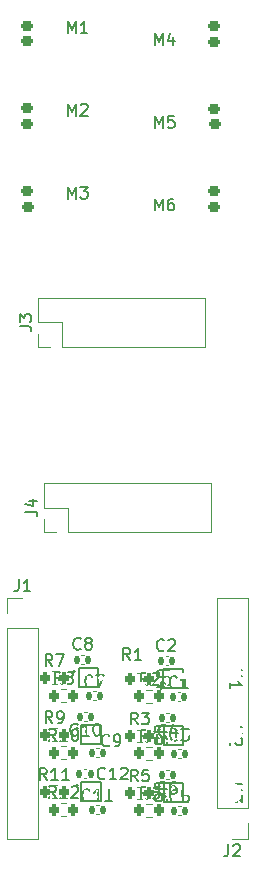
<source format=gbr>
%TF.GenerationSoftware,KiCad,Pcbnew,(6.0.0)*%
%TF.CreationDate,2022-06-29T15:28:05+09:00*%
%TF.ProjectId,TipLets_Board,5469704c-6574-4735-9f42-6f6172642e6b,rev?*%
%TF.SameCoordinates,Original*%
%TF.FileFunction,Legend,Top*%
%TF.FilePolarity,Positive*%
%FSLAX46Y46*%
G04 Gerber Fmt 4.6, Leading zero omitted, Abs format (unit mm)*
G04 Created by KiCad (PCBNEW (6.0.0)) date 2022-06-29 15:28:05*
%MOMM*%
%LPD*%
G01*
G04 APERTURE LIST*
G04 Aperture macros list*
%AMRoundRect*
0 Rectangle with rounded corners*
0 $1 Rounding radius*
0 $2 $3 $4 $5 $6 $7 $8 $9 X,Y pos of 4 corners*
0 Add a 4 corners polygon primitive as box body*
4,1,4,$2,$3,$4,$5,$6,$7,$8,$9,$2,$3,0*
0 Add four circle primitives for the rounded corners*
1,1,$1+$1,$2,$3*
1,1,$1+$1,$4,$5*
1,1,$1+$1,$6,$7*
1,1,$1+$1,$8,$9*
0 Add four rect primitives between the rounded corners*
20,1,$1+$1,$2,$3,$4,$5,0*
20,1,$1+$1,$4,$5,$6,$7,0*
20,1,$1+$1,$6,$7,$8,$9,0*
20,1,$1+$1,$8,$9,$2,$3,0*%
G04 Aperture macros list end*
%ADD10C,0.150000*%
%ADD11C,0.120000*%
%ADD12C,0.200000*%
%ADD13RoundRect,0.200000X0.350000X0.200000X-0.350000X0.200000X-0.350000X-0.200000X0.350000X-0.200000X0*%
%ADD14RoundRect,0.200000X-0.350000X-0.200000X0.350000X-0.200000X0.350000X0.200000X-0.350000X0.200000X0*%
%ADD15R,1.350000X1.350000*%
%ADD16O,1.350000X1.350000*%
%ADD17RoundRect,0.140000X-0.140000X-0.170000X0.140000X-0.170000X0.140000X0.170000X-0.140000X0.170000X0*%
%ADD18RoundRect,0.140000X0.140000X0.170000X-0.140000X0.170000X-0.140000X-0.170000X0.140000X-0.170000X0*%
%ADD19O,1.700000X1.700000*%
%ADD20R,1.700000X1.700000*%
%ADD21RoundRect,0.200000X-0.200000X-0.275000X0.200000X-0.275000X0.200000X0.275000X-0.200000X0.275000X0*%
%ADD22C,0.240000*%
%ADD23C,0.600000*%
%ADD24C,0.500000*%
G04 APERTURE END LIST*
D10*
%TO.C,M6*%
X32520343Y-68844380D02*
X32520343Y-67844380D01*
X32853676Y-68558666D01*
X33187009Y-67844380D01*
X33187009Y-68844380D01*
X34091771Y-67844380D02*
X33901295Y-67844380D01*
X33806057Y-67892000D01*
X33758438Y-67939619D01*
X33663200Y-68082476D01*
X33615581Y-68272952D01*
X33615581Y-68653904D01*
X33663200Y-68749142D01*
X33710819Y-68796761D01*
X33806057Y-68844380D01*
X33996533Y-68844380D01*
X34091771Y-68796761D01*
X34139390Y-68749142D01*
X34187009Y-68653904D01*
X34187009Y-68415809D01*
X34139390Y-68320571D01*
X34091771Y-68272952D01*
X33996533Y-68225333D01*
X33806057Y-68225333D01*
X33710819Y-68272952D01*
X33663200Y-68320571D01*
X33615581Y-68415809D01*
%TO.C,M1*%
X25160610Y-53814380D02*
X25160610Y-52814380D01*
X25493943Y-53528666D01*
X25827276Y-52814380D01*
X25827276Y-53814380D01*
X26827276Y-53814380D02*
X26255848Y-53814380D01*
X26541562Y-53814380D02*
X26541562Y-52814380D01*
X26446324Y-52957238D01*
X26351086Y-53052476D01*
X26255848Y-53100095D01*
%TO.C,M4*%
X32520343Y-54844380D02*
X32520343Y-53844380D01*
X32853676Y-54558666D01*
X33187009Y-53844380D01*
X33187009Y-54844380D01*
X34091771Y-54177714D02*
X34091771Y-54844380D01*
X33853676Y-53796761D02*
X33615581Y-54511047D01*
X34234628Y-54511047D01*
%TO.C,M5*%
X32530343Y-61844380D02*
X32530343Y-60844380D01*
X32863676Y-61558666D01*
X33197009Y-60844380D01*
X33197009Y-61844380D01*
X34149390Y-60844380D02*
X33673200Y-60844380D01*
X33625581Y-61320571D01*
X33673200Y-61272952D01*
X33768438Y-61225333D01*
X34006533Y-61225333D01*
X34101771Y-61272952D01*
X34149390Y-61320571D01*
X34197009Y-61415809D01*
X34197009Y-61653904D01*
X34149390Y-61749142D01*
X34101771Y-61796761D01*
X34006533Y-61844380D01*
X33768438Y-61844380D01*
X33673200Y-61796761D01*
X33625581Y-61749142D01*
%TO.C,M3*%
X25180610Y-67834380D02*
X25180610Y-66834380D01*
X25513943Y-67548666D01*
X25847276Y-66834380D01*
X25847276Y-67834380D01*
X26228229Y-66834380D02*
X26847276Y-66834380D01*
X26513943Y-67215333D01*
X26656800Y-67215333D01*
X26752038Y-67262952D01*
X26799657Y-67310571D01*
X26847276Y-67405809D01*
X26847276Y-67643904D01*
X26799657Y-67739142D01*
X26752038Y-67786761D01*
X26656800Y-67834380D01*
X26371086Y-67834380D01*
X26275848Y-67786761D01*
X26228229Y-67739142D01*
%TO.C,M2*%
X25170610Y-60814380D02*
X25170610Y-59814380D01*
X25503943Y-60528666D01*
X25837276Y-59814380D01*
X25837276Y-60814380D01*
X26265848Y-59909619D02*
X26313467Y-59862000D01*
X26408705Y-59814380D01*
X26646800Y-59814380D01*
X26742038Y-59862000D01*
X26789657Y-59909619D01*
X26837276Y-60004857D01*
X26837276Y-60100095D01*
X26789657Y-60242952D01*
X26218229Y-60814380D01*
X26837276Y-60814380D01*
%TO.C,J3*%
X21077380Y-78650333D02*
X21791666Y-78650333D01*
X21934523Y-78697952D01*
X22029761Y-78793190D01*
X22077380Y-78936047D01*
X22077380Y-79031285D01*
X21077380Y-78269380D02*
X21077380Y-77650333D01*
X21458333Y-77983666D01*
X21458333Y-77840809D01*
X21505952Y-77745571D01*
X21553571Y-77697952D01*
X21648809Y-77650333D01*
X21886904Y-77650333D01*
X21982142Y-77697952D01*
X22029761Y-77745571D01*
X22077380Y-77840809D01*
X22077380Y-78126523D01*
X22029761Y-78221761D01*
X21982142Y-78269380D01*
%TO.C,C1*%
X34391893Y-109205142D02*
X34344274Y-109252761D01*
X34201417Y-109300380D01*
X34106179Y-109300380D01*
X33963321Y-109252761D01*
X33868083Y-109157523D01*
X33820464Y-109062285D01*
X33772845Y-108871809D01*
X33772845Y-108728952D01*
X33820464Y-108538476D01*
X33868083Y-108443238D01*
X33963321Y-108348000D01*
X34106179Y-108300380D01*
X34201417Y-108300380D01*
X34344274Y-108348000D01*
X34391893Y-108395619D01*
X35344274Y-109300380D02*
X34772845Y-109300380D01*
X35058560Y-109300380D02*
X35058560Y-108300380D01*
X34963321Y-108443238D01*
X34868083Y-108538476D01*
X34772845Y-108586095D01*
%TO.C,C6*%
X33423893Y-118129142D02*
X33376274Y-118176761D01*
X33233417Y-118224380D01*
X33138179Y-118224380D01*
X32995321Y-118176761D01*
X32900083Y-118081523D01*
X32852464Y-117986285D01*
X32804845Y-117795809D01*
X32804845Y-117652952D01*
X32852464Y-117462476D01*
X32900083Y-117367238D01*
X32995321Y-117272000D01*
X33138179Y-117224380D01*
X33233417Y-117224380D01*
X33376274Y-117272000D01*
X33423893Y-117319619D01*
X34281036Y-117224380D02*
X34090560Y-117224380D01*
X33995321Y-117272000D01*
X33947702Y-117319619D01*
X33852464Y-117462476D01*
X33804845Y-117652952D01*
X33804845Y-118033904D01*
X33852464Y-118129142D01*
X33900083Y-118176761D01*
X33995321Y-118224380D01*
X34185798Y-118224380D01*
X34281036Y-118176761D01*
X34328655Y-118129142D01*
X34376274Y-118033904D01*
X34376274Y-117795809D01*
X34328655Y-117700571D01*
X34281036Y-117652952D01*
X34185798Y-117605333D01*
X33995321Y-117605333D01*
X33900083Y-117652952D01*
X33852464Y-117700571D01*
X33804845Y-117795809D01*
%TO.C,J1*%
X20991666Y-100079380D02*
X20991666Y-100793666D01*
X20944047Y-100936523D01*
X20848809Y-101031761D01*
X20705952Y-101079380D01*
X20610714Y-101079380D01*
X21991666Y-101079380D02*
X21420238Y-101079380D01*
X21705952Y-101079380D02*
X21705952Y-100079380D01*
X21610714Y-100222238D01*
X21515476Y-100317476D01*
X21420238Y-100365095D01*
%TO.C,R5*%
X31069893Y-117178380D02*
X30736560Y-116702190D01*
X30498464Y-117178380D02*
X30498464Y-116178380D01*
X30879417Y-116178380D01*
X30974655Y-116226000D01*
X31022274Y-116273619D01*
X31069893Y-116368857D01*
X31069893Y-116511714D01*
X31022274Y-116606952D01*
X30974655Y-116654571D01*
X30879417Y-116702190D01*
X30498464Y-116702190D01*
X31974655Y-116178380D02*
X31498464Y-116178380D01*
X31450845Y-116654571D01*
X31498464Y-116606952D01*
X31593702Y-116559333D01*
X31831798Y-116559333D01*
X31927036Y-116606952D01*
X31974655Y-116654571D01*
X32022274Y-116749809D01*
X32022274Y-116987904D01*
X31974655Y-117083142D01*
X31927036Y-117130761D01*
X31831798Y-117178380D01*
X31593702Y-117178380D01*
X31498464Y-117130761D01*
X31450845Y-117083142D01*
%TO.C,C3*%
X34439893Y-113671142D02*
X34392274Y-113718761D01*
X34249417Y-113766380D01*
X34154179Y-113766380D01*
X34011321Y-113718761D01*
X33916083Y-113623523D01*
X33868464Y-113528285D01*
X33820845Y-113337809D01*
X33820845Y-113194952D01*
X33868464Y-113004476D01*
X33916083Y-112909238D01*
X34011321Y-112814000D01*
X34154179Y-112766380D01*
X34249417Y-112766380D01*
X34392274Y-112814000D01*
X34439893Y-112861619D01*
X34773226Y-112766380D02*
X35392274Y-112766380D01*
X35058940Y-113147333D01*
X35201798Y-113147333D01*
X35297036Y-113194952D01*
X35344655Y-113242571D01*
X35392274Y-113337809D01*
X35392274Y-113575904D01*
X35344655Y-113671142D01*
X35297036Y-113718761D01*
X35201798Y-113766380D01*
X34916083Y-113766380D01*
X34820845Y-113718761D01*
X34773226Y-113671142D01*
%TO.C,R12*%
X24153702Y-118591380D02*
X23820369Y-118115190D01*
X23582274Y-118591380D02*
X23582274Y-117591380D01*
X23963226Y-117591380D01*
X24058464Y-117639000D01*
X24106083Y-117686619D01*
X24153702Y-117781857D01*
X24153702Y-117924714D01*
X24106083Y-118019952D01*
X24058464Y-118067571D01*
X23963226Y-118115190D01*
X23582274Y-118115190D01*
X25106083Y-118591380D02*
X24534655Y-118591380D01*
X24820369Y-118591380D02*
X24820369Y-117591380D01*
X24725131Y-117734238D01*
X24629893Y-117829476D01*
X24534655Y-117877095D01*
X25487036Y-117686619D02*
X25534655Y-117639000D01*
X25629893Y-117591380D01*
X25867988Y-117591380D01*
X25963226Y-117639000D01*
X26010845Y-117686619D01*
X26058464Y-117781857D01*
X26058464Y-117877095D01*
X26010845Y-118019952D01*
X25439417Y-118591380D01*
X26058464Y-118591380D01*
%TO.C,C11*%
X27012142Y-118772312D02*
X26964523Y-118819931D01*
X26821666Y-118867550D01*
X26726428Y-118867550D01*
X26583571Y-118819931D01*
X26488333Y-118724693D01*
X26440714Y-118629455D01*
X26393095Y-118438979D01*
X26393095Y-118296122D01*
X26440714Y-118105646D01*
X26488333Y-118010408D01*
X26583571Y-117915170D01*
X26726428Y-117867550D01*
X26821666Y-117867550D01*
X26964523Y-117915170D01*
X27012142Y-117962789D01*
X27964523Y-118867550D02*
X27393095Y-118867550D01*
X27678809Y-118867550D02*
X27678809Y-117867550D01*
X27583571Y-118010408D01*
X27488333Y-118105646D01*
X27393095Y-118153265D01*
X28916904Y-118867550D02*
X28345476Y-118867550D01*
X28631190Y-118867550D02*
X28631190Y-117867550D01*
X28535952Y-118010408D01*
X28440714Y-118105646D01*
X28345476Y-118153265D01*
%TO.C,R3*%
X31069893Y-112352380D02*
X30736560Y-111876190D01*
X30498464Y-112352380D02*
X30498464Y-111352380D01*
X30879417Y-111352380D01*
X30974655Y-111400000D01*
X31022274Y-111447619D01*
X31069893Y-111542857D01*
X31069893Y-111685714D01*
X31022274Y-111780952D01*
X30974655Y-111828571D01*
X30879417Y-111876190D01*
X30498464Y-111876190D01*
X31403226Y-111352380D02*
X32022274Y-111352380D01*
X31688940Y-111733333D01*
X31831798Y-111733333D01*
X31927036Y-111780952D01*
X31974655Y-111828571D01*
X32022274Y-111923809D01*
X32022274Y-112161904D01*
X31974655Y-112257142D01*
X31927036Y-112304761D01*
X31831798Y-112352380D01*
X31546083Y-112352380D01*
X31450845Y-112304761D01*
X31403226Y-112257142D01*
%TO.C,U2*%
X39932179Y-112548095D02*
X39122655Y-112548095D01*
X39027417Y-112595714D01*
X38979798Y-112643333D01*
X38932179Y-112738571D01*
X38932179Y-112929047D01*
X38979798Y-113024285D01*
X39027417Y-113071904D01*
X39122655Y-113119523D01*
X39932179Y-113119523D01*
X39836940Y-113548095D02*
X39884560Y-113595714D01*
X39932179Y-113690952D01*
X39932179Y-113929047D01*
X39884560Y-114024285D01*
X39836940Y-114071904D01*
X39741702Y-114119523D01*
X39646464Y-114119523D01*
X39503607Y-114071904D01*
X38932179Y-113500476D01*
X38932179Y-114119523D01*
%TO.C,J4*%
X21577380Y-94333333D02*
X22291666Y-94333333D01*
X22434523Y-94380952D01*
X22529761Y-94476190D01*
X22577380Y-94619047D01*
X22577380Y-94714285D01*
X21910714Y-93428571D02*
X22577380Y-93428571D01*
X21529761Y-93666666D02*
X22244047Y-93904761D01*
X22244047Y-93285714D01*
%TO.C,R8*%
X24629893Y-108939380D02*
X24296560Y-108463190D01*
X24058464Y-108939380D02*
X24058464Y-107939380D01*
X24439417Y-107939380D01*
X24534655Y-107987000D01*
X24582274Y-108034619D01*
X24629893Y-108129857D01*
X24629893Y-108272714D01*
X24582274Y-108367952D01*
X24534655Y-108415571D01*
X24439417Y-108463190D01*
X24058464Y-108463190D01*
X25201321Y-108367952D02*
X25106083Y-108320333D01*
X25058464Y-108272714D01*
X25010845Y-108177476D01*
X25010845Y-108129857D01*
X25058464Y-108034619D01*
X25106083Y-107987000D01*
X25201321Y-107939380D01*
X25391798Y-107939380D01*
X25487036Y-107987000D01*
X25534655Y-108034619D01*
X25582274Y-108129857D01*
X25582274Y-108177476D01*
X25534655Y-108272714D01*
X25487036Y-108320333D01*
X25391798Y-108367952D01*
X25201321Y-108367952D01*
X25106083Y-108415571D01*
X25058464Y-108463190D01*
X25010845Y-108558428D01*
X25010845Y-108748904D01*
X25058464Y-108844142D01*
X25106083Y-108891761D01*
X25201321Y-108939380D01*
X25391798Y-108939380D01*
X25487036Y-108891761D01*
X25534655Y-108844142D01*
X25582274Y-108748904D01*
X25582274Y-108558428D01*
X25534655Y-108463190D01*
X25487036Y-108415571D01*
X25391798Y-108367952D01*
%TO.C,U4*%
X33706619Y-107747265D02*
X32897095Y-107747265D01*
X32801857Y-107794884D01*
X32754238Y-107842503D01*
X32706619Y-107937741D01*
X32706619Y-108128217D01*
X32754238Y-108223455D01*
X32801857Y-108271074D01*
X32897095Y-108318693D01*
X33706619Y-108318693D01*
X33373285Y-109223455D02*
X32706619Y-109223455D01*
X33754238Y-108985360D02*
X33039952Y-108747265D01*
X33039952Y-109366312D01*
%TO.C,R1*%
X30438333Y-106900550D02*
X30105000Y-106424360D01*
X29866904Y-106900550D02*
X29866904Y-105900550D01*
X30247857Y-105900550D01*
X30343095Y-105948170D01*
X30390714Y-105995789D01*
X30438333Y-106091027D01*
X30438333Y-106233884D01*
X30390714Y-106329122D01*
X30343095Y-106376741D01*
X30247857Y-106424360D01*
X29866904Y-106424360D01*
X31390714Y-106900550D02*
X30819285Y-106900550D01*
X31105000Y-106900550D02*
X31105000Y-105900550D01*
X31009761Y-106043408D01*
X30914523Y-106138646D01*
X30819285Y-106186265D01*
%TO.C,R2*%
X31889893Y-109012380D02*
X31556560Y-108536190D01*
X31318464Y-109012380D02*
X31318464Y-108012380D01*
X31699417Y-108012380D01*
X31794655Y-108060000D01*
X31842274Y-108107619D01*
X31889893Y-108202857D01*
X31889893Y-108345714D01*
X31842274Y-108440952D01*
X31794655Y-108488571D01*
X31699417Y-108536190D01*
X31318464Y-108536190D01*
X32270845Y-108107619D02*
X32318464Y-108060000D01*
X32413702Y-108012380D01*
X32651798Y-108012380D01*
X32747036Y-108060000D01*
X32794655Y-108107619D01*
X32842274Y-108202857D01*
X32842274Y-108298095D01*
X32794655Y-108440952D01*
X32223226Y-109012380D01*
X32842274Y-109012380D01*
%TO.C,C4*%
X33451893Y-113303142D02*
X33404274Y-113350761D01*
X33261417Y-113398380D01*
X33166179Y-113398380D01*
X33023321Y-113350761D01*
X32928083Y-113255523D01*
X32880464Y-113160285D01*
X32832845Y-112969809D01*
X32832845Y-112826952D01*
X32880464Y-112636476D01*
X32928083Y-112541238D01*
X33023321Y-112446000D01*
X33166179Y-112398380D01*
X33261417Y-112398380D01*
X33404274Y-112446000D01*
X33451893Y-112493619D01*
X34309036Y-112731714D02*
X34309036Y-113398380D01*
X34070940Y-112350761D02*
X33832845Y-113065047D01*
X34451893Y-113065047D01*
%TO.C,C7*%
X27238333Y-109120312D02*
X27190714Y-109167931D01*
X27047857Y-109215550D01*
X26952619Y-109215550D01*
X26809761Y-109167931D01*
X26714523Y-109072693D01*
X26666904Y-108977455D01*
X26619285Y-108786979D01*
X26619285Y-108644122D01*
X26666904Y-108453646D01*
X26714523Y-108358408D01*
X26809761Y-108263170D01*
X26952619Y-108215550D01*
X27047857Y-108215550D01*
X27190714Y-108263170D01*
X27238333Y-108310789D01*
X27571666Y-108215550D02*
X28238333Y-108215550D01*
X27809761Y-109215550D01*
%TO.C,C9*%
X28658333Y-114115312D02*
X28610714Y-114162931D01*
X28467857Y-114210550D01*
X28372619Y-114210550D01*
X28229761Y-114162931D01*
X28134523Y-114067693D01*
X28086904Y-113972455D01*
X28039285Y-113781979D01*
X28039285Y-113639122D01*
X28086904Y-113448646D01*
X28134523Y-113353408D01*
X28229761Y-113258170D01*
X28372619Y-113210550D01*
X28467857Y-113210550D01*
X28610714Y-113258170D01*
X28658333Y-113305789D01*
X29134523Y-114210550D02*
X29325000Y-114210550D01*
X29420238Y-114162931D01*
X29467857Y-114115312D01*
X29563095Y-113972455D01*
X29610714Y-113781979D01*
X29610714Y-113401027D01*
X29563095Y-113305789D01*
X29515476Y-113258170D01*
X29420238Y-113210550D01*
X29229761Y-113210550D01*
X29134523Y-113258170D01*
X29086904Y-113305789D01*
X29039285Y-113401027D01*
X29039285Y-113639122D01*
X29086904Y-113734360D01*
X29134523Y-113781979D01*
X29229761Y-113829598D01*
X29420238Y-113829598D01*
X29515476Y-113781979D01*
X29563095Y-113734360D01*
X29610714Y-113639122D01*
%TO.C,R7*%
X23852893Y-107420380D02*
X23519560Y-106944190D01*
X23281464Y-107420380D02*
X23281464Y-106420380D01*
X23662417Y-106420380D01*
X23757655Y-106468000D01*
X23805274Y-106515619D01*
X23852893Y-106610857D01*
X23852893Y-106753714D01*
X23805274Y-106848952D01*
X23757655Y-106896571D01*
X23662417Y-106944190D01*
X23281464Y-106944190D01*
X24186226Y-106420380D02*
X24852893Y-106420380D01*
X24424321Y-107420380D01*
%TO.C,C10*%
X25996142Y-113218312D02*
X25948523Y-113265931D01*
X25805666Y-113313550D01*
X25710428Y-113313550D01*
X25567571Y-113265931D01*
X25472333Y-113170693D01*
X25424714Y-113075455D01*
X25377095Y-112884979D01*
X25377095Y-112742122D01*
X25424714Y-112551646D01*
X25472333Y-112456408D01*
X25567571Y-112361170D01*
X25710428Y-112313550D01*
X25805666Y-112313550D01*
X25948523Y-112361170D01*
X25996142Y-112408789D01*
X26948523Y-113313550D02*
X26377095Y-113313550D01*
X26662809Y-113313550D02*
X26662809Y-112313550D01*
X26567571Y-112456408D01*
X26472333Y-112551646D01*
X26377095Y-112599265D01*
X27567571Y-112313550D02*
X27662809Y-112313550D01*
X27758047Y-112361170D01*
X27805666Y-112408789D01*
X27853285Y-112504027D01*
X27900904Y-112694503D01*
X27900904Y-112932598D01*
X27853285Y-113123074D01*
X27805666Y-113218312D01*
X27758047Y-113265931D01*
X27662809Y-113313550D01*
X27567571Y-113313550D01*
X27472333Y-113265931D01*
X27424714Y-113218312D01*
X27377095Y-113123074D01*
X27329476Y-112932598D01*
X27329476Y-112694503D01*
X27377095Y-112504027D01*
X27424714Y-112408789D01*
X27472333Y-112361170D01*
X27567571Y-112313550D01*
%TO.C,R9*%
X23852893Y-112246380D02*
X23519560Y-111770190D01*
X23281464Y-112246380D02*
X23281464Y-111246380D01*
X23662417Y-111246380D01*
X23757655Y-111294000D01*
X23805274Y-111341619D01*
X23852893Y-111436857D01*
X23852893Y-111579714D01*
X23805274Y-111674952D01*
X23757655Y-111722571D01*
X23662417Y-111770190D01*
X23281464Y-111770190D01*
X24329083Y-112246380D02*
X24519560Y-112246380D01*
X24614798Y-112198761D01*
X24662417Y-112151142D01*
X24757655Y-112008285D01*
X24805274Y-111817809D01*
X24805274Y-111436857D01*
X24757655Y-111341619D01*
X24710036Y-111294000D01*
X24614798Y-111246380D01*
X24424321Y-111246380D01*
X24329083Y-111294000D01*
X24281464Y-111341619D01*
X24233845Y-111436857D01*
X24233845Y-111674952D01*
X24281464Y-111770190D01*
X24329083Y-111817809D01*
X24424321Y-111865428D01*
X24614798Y-111865428D01*
X24710036Y-111817809D01*
X24757655Y-111770190D01*
X24805274Y-111674952D01*
%TO.C,C12*%
X28312142Y-116925312D02*
X28264523Y-116972931D01*
X28121666Y-117020550D01*
X28026428Y-117020550D01*
X27883571Y-116972931D01*
X27788333Y-116877693D01*
X27740714Y-116782455D01*
X27693095Y-116591979D01*
X27693095Y-116449122D01*
X27740714Y-116258646D01*
X27788333Y-116163408D01*
X27883571Y-116068170D01*
X28026428Y-116020550D01*
X28121666Y-116020550D01*
X28264523Y-116068170D01*
X28312142Y-116115789D01*
X29264523Y-117020550D02*
X28693095Y-117020550D01*
X28978809Y-117020550D02*
X28978809Y-116020550D01*
X28883571Y-116163408D01*
X28788333Y-116258646D01*
X28693095Y-116306265D01*
X29645476Y-116115789D02*
X29693095Y-116068170D01*
X29788333Y-116020550D01*
X30026428Y-116020550D01*
X30121666Y-116068170D01*
X30169285Y-116115789D01*
X30216904Y-116211027D01*
X30216904Y-116306265D01*
X30169285Y-116449122D01*
X29597857Y-117020550D01*
X30216904Y-117020550D01*
%TO.C,U6*%
X33536619Y-117289265D02*
X32727095Y-117289265D01*
X32631857Y-117336884D01*
X32584238Y-117384503D01*
X32536619Y-117479741D01*
X32536619Y-117670217D01*
X32584238Y-117765455D01*
X32631857Y-117813074D01*
X32727095Y-117860693D01*
X33536619Y-117860693D01*
X33536619Y-118765455D02*
X33536619Y-118574979D01*
X33489000Y-118479741D01*
X33441380Y-118432122D01*
X33298523Y-118336884D01*
X33108047Y-118289265D01*
X32727095Y-118289265D01*
X32631857Y-118336884D01*
X32584238Y-118384503D01*
X32536619Y-118479741D01*
X32536619Y-118670217D01*
X32584238Y-118765455D01*
X32631857Y-118813074D01*
X32727095Y-118860693D01*
X32965190Y-118860693D01*
X33060428Y-118813074D01*
X33108047Y-118765455D01*
X33155666Y-118670217D01*
X33155666Y-118479741D01*
X33108047Y-118384503D01*
X33060428Y-118336884D01*
X32965190Y-118289265D01*
%TO.C,U5*%
X33536619Y-112463265D02*
X32727095Y-112463265D01*
X32631857Y-112510884D01*
X32584238Y-112558503D01*
X32536619Y-112653741D01*
X32536619Y-112844217D01*
X32584238Y-112939455D01*
X32631857Y-112987074D01*
X32727095Y-113034693D01*
X33536619Y-113034693D01*
X33536619Y-113987074D02*
X33536619Y-113510884D01*
X33060428Y-113463265D01*
X33108047Y-113510884D01*
X33155666Y-113606122D01*
X33155666Y-113844217D01*
X33108047Y-113939455D01*
X33060428Y-113987074D01*
X32965190Y-114034693D01*
X32727095Y-114034693D01*
X32631857Y-113987074D01*
X32584238Y-113939455D01*
X32536619Y-113844217D01*
X32536619Y-113606122D01*
X32584238Y-113510884D01*
X32631857Y-113463265D01*
%TO.C,R4*%
X31889893Y-113838380D02*
X31556560Y-113362190D01*
X31318464Y-113838380D02*
X31318464Y-112838380D01*
X31699417Y-112838380D01*
X31794655Y-112886000D01*
X31842274Y-112933619D01*
X31889893Y-113028857D01*
X31889893Y-113171714D01*
X31842274Y-113266952D01*
X31794655Y-113314571D01*
X31699417Y-113362190D01*
X31318464Y-113362190D01*
X32747036Y-113171714D02*
X32747036Y-113838380D01*
X32508940Y-112790761D02*
X32270845Y-113505047D01*
X32889893Y-113505047D01*
%TO.C,R10*%
X24153702Y-113765380D02*
X23820369Y-113289190D01*
X23582274Y-113765380D02*
X23582274Y-112765380D01*
X23963226Y-112765380D01*
X24058464Y-112813000D01*
X24106083Y-112860619D01*
X24153702Y-112955857D01*
X24153702Y-113098714D01*
X24106083Y-113193952D01*
X24058464Y-113241571D01*
X23963226Y-113289190D01*
X23582274Y-113289190D01*
X25106083Y-113765380D02*
X24534655Y-113765380D01*
X24820369Y-113765380D02*
X24820369Y-112765380D01*
X24725131Y-112908238D01*
X24629893Y-113003476D01*
X24534655Y-113051095D01*
X25725131Y-112765380D02*
X25820369Y-112765380D01*
X25915607Y-112813000D01*
X25963226Y-112860619D01*
X26010845Y-112955857D01*
X26058464Y-113146333D01*
X26058464Y-113384428D01*
X26010845Y-113574904D01*
X25963226Y-113670142D01*
X25915607Y-113717761D01*
X25820369Y-113765380D01*
X25725131Y-113765380D01*
X25629893Y-113717761D01*
X25582274Y-113670142D01*
X25534655Y-113574904D01*
X25487036Y-113384428D01*
X25487036Y-113146333D01*
X25534655Y-112955857D01*
X25582274Y-112860619D01*
X25629893Y-112813000D01*
X25725131Y-112765380D01*
%TO.C,R11*%
X23376702Y-117072380D02*
X23043369Y-116596190D01*
X22805274Y-117072380D02*
X22805274Y-116072380D01*
X23186226Y-116072380D01*
X23281464Y-116120000D01*
X23329083Y-116167619D01*
X23376702Y-116262857D01*
X23376702Y-116405714D01*
X23329083Y-116500952D01*
X23281464Y-116548571D01*
X23186226Y-116596190D01*
X22805274Y-116596190D01*
X24329083Y-117072380D02*
X23757655Y-117072380D01*
X24043369Y-117072380D02*
X24043369Y-116072380D01*
X23948131Y-116215238D01*
X23852893Y-116310476D01*
X23757655Y-116358095D01*
X25281464Y-117072380D02*
X24710036Y-117072380D01*
X24995750Y-117072380D02*
X24995750Y-116072380D01*
X24900512Y-116215238D01*
X24805274Y-116310476D01*
X24710036Y-116358095D01*
%TO.C,J2*%
X38751666Y-122514380D02*
X38751666Y-123228666D01*
X38704047Y-123371523D01*
X38608809Y-123466761D01*
X38465952Y-123514380D01*
X38370714Y-123514380D01*
X39180238Y-122609619D02*
X39227857Y-122562000D01*
X39323095Y-122514380D01*
X39561190Y-122514380D01*
X39656428Y-122562000D01*
X39704047Y-122609619D01*
X39751666Y-122704857D01*
X39751666Y-122800095D01*
X39704047Y-122942952D01*
X39132619Y-123514380D01*
X39751666Y-123514380D01*
%TO.C,C2*%
X33298333Y-106055312D02*
X33250714Y-106102931D01*
X33107857Y-106150550D01*
X33012619Y-106150550D01*
X32869761Y-106102931D01*
X32774523Y-106007693D01*
X32726904Y-105912455D01*
X32679285Y-105721979D01*
X32679285Y-105579122D01*
X32726904Y-105388646D01*
X32774523Y-105293408D01*
X32869761Y-105198170D01*
X33012619Y-105150550D01*
X33107857Y-105150550D01*
X33250714Y-105198170D01*
X33298333Y-105245789D01*
X33679285Y-105245789D02*
X33726904Y-105198170D01*
X33822142Y-105150550D01*
X34060238Y-105150550D01*
X34155476Y-105198170D01*
X34203095Y-105245789D01*
X34250714Y-105341027D01*
X34250714Y-105436265D01*
X34203095Y-105579122D01*
X33631666Y-106150550D01*
X34250714Y-106150550D01*
%TO.C,U1*%
X39884179Y-107722095D02*
X39074655Y-107722095D01*
X38979417Y-107769714D01*
X38931798Y-107817333D01*
X38884179Y-107912571D01*
X38884179Y-108103047D01*
X38931798Y-108198285D01*
X38979417Y-108245904D01*
X39074655Y-108293523D01*
X39884179Y-108293523D01*
X38884179Y-109293523D02*
X38884179Y-108722095D01*
X38884179Y-109007809D02*
X39884179Y-109007809D01*
X39741321Y-108912571D01*
X39646083Y-108817333D01*
X39598464Y-108722095D01*
%TO.C,U3*%
X39932179Y-117374095D02*
X39122655Y-117374095D01*
X39027417Y-117421714D01*
X38979798Y-117469333D01*
X38932179Y-117564571D01*
X38932179Y-117755047D01*
X38979798Y-117850285D01*
X39027417Y-117897904D01*
X39122655Y-117945523D01*
X39932179Y-117945523D01*
X39932179Y-118326476D02*
X39932179Y-118945523D01*
X39551226Y-118612190D01*
X39551226Y-118755047D01*
X39503607Y-118850285D01*
X39455988Y-118897904D01*
X39360750Y-118945523D01*
X39122655Y-118945523D01*
X39027417Y-118897904D01*
X38979798Y-118850285D01*
X38932179Y-118755047D01*
X38932179Y-118469333D01*
X38979798Y-118374095D01*
X39027417Y-118326476D01*
%TO.C,R6*%
X31889893Y-118664380D02*
X31556560Y-118188190D01*
X31318464Y-118664380D02*
X31318464Y-117664380D01*
X31699417Y-117664380D01*
X31794655Y-117712000D01*
X31842274Y-117759619D01*
X31889893Y-117854857D01*
X31889893Y-117997714D01*
X31842274Y-118092952D01*
X31794655Y-118140571D01*
X31699417Y-118188190D01*
X31318464Y-118188190D01*
X32747036Y-117664380D02*
X32556560Y-117664380D01*
X32461321Y-117712000D01*
X32413702Y-117759619D01*
X32318464Y-117902476D01*
X32270845Y-118092952D01*
X32270845Y-118473904D01*
X32318464Y-118569142D01*
X32366083Y-118616761D01*
X32461321Y-118664380D01*
X32651798Y-118664380D01*
X32747036Y-118616761D01*
X32794655Y-118569142D01*
X32842274Y-118473904D01*
X32842274Y-118235809D01*
X32794655Y-118140571D01*
X32747036Y-118092952D01*
X32651798Y-118045333D01*
X32461321Y-118045333D01*
X32366083Y-118092952D01*
X32318464Y-118140571D01*
X32270845Y-118235809D01*
%TO.C,C5*%
X34439893Y-118857142D02*
X34392274Y-118904761D01*
X34249417Y-118952380D01*
X34154179Y-118952380D01*
X34011321Y-118904761D01*
X33916083Y-118809523D01*
X33868464Y-118714285D01*
X33820845Y-118523809D01*
X33820845Y-118380952D01*
X33868464Y-118190476D01*
X33916083Y-118095238D01*
X34011321Y-118000000D01*
X34154179Y-117952380D01*
X34249417Y-117952380D01*
X34392274Y-118000000D01*
X34439893Y-118047619D01*
X35344655Y-117952380D02*
X34868464Y-117952380D01*
X34820845Y-118428571D01*
X34868464Y-118380952D01*
X34963702Y-118333333D01*
X35201798Y-118333333D01*
X35297036Y-118380952D01*
X35344655Y-118428571D01*
X35392274Y-118523809D01*
X35392274Y-118761904D01*
X35344655Y-118857142D01*
X35297036Y-118904761D01*
X35201798Y-118952380D01*
X34963702Y-118952380D01*
X34868464Y-118904761D01*
X34820845Y-118857142D01*
%TO.C,C8*%
X26248333Y-105935312D02*
X26200714Y-105982931D01*
X26057857Y-106030550D01*
X25962619Y-106030550D01*
X25819761Y-105982931D01*
X25724523Y-105887693D01*
X25676904Y-105792455D01*
X25629285Y-105601979D01*
X25629285Y-105459122D01*
X25676904Y-105268646D01*
X25724523Y-105173408D01*
X25819761Y-105078170D01*
X25962619Y-105030550D01*
X26057857Y-105030550D01*
X26200714Y-105078170D01*
X26248333Y-105125789D01*
X26819761Y-105459122D02*
X26724523Y-105411503D01*
X26676904Y-105363884D01*
X26629285Y-105268646D01*
X26629285Y-105221027D01*
X26676904Y-105125789D01*
X26724523Y-105078170D01*
X26819761Y-105030550D01*
X27010238Y-105030550D01*
X27105476Y-105078170D01*
X27153095Y-105125789D01*
X27200714Y-105221027D01*
X27200714Y-105268646D01*
X27153095Y-105363884D01*
X27105476Y-105411503D01*
X27010238Y-105459122D01*
X26819761Y-105459122D01*
X26724523Y-105506741D01*
X26676904Y-105554360D01*
X26629285Y-105649598D01*
X26629285Y-105840074D01*
X26676904Y-105935312D01*
X26724523Y-105982931D01*
X26819761Y-106030550D01*
X27010238Y-106030550D01*
X27105476Y-105982931D01*
X27153095Y-105935312D01*
X27200714Y-105840074D01*
X27200714Y-105649598D01*
X27153095Y-105554360D01*
X27105476Y-105506741D01*
X27010238Y-105459122D01*
D11*
%TO.C,J3*%
X24685000Y-80377000D02*
X24685000Y-78317000D01*
X24685000Y-78317000D02*
X22625000Y-78317000D01*
X22625000Y-78317000D02*
X22625000Y-76257000D01*
X22625000Y-80377000D02*
X22625000Y-79317000D01*
X22625000Y-76257000D02*
X36745000Y-76257000D01*
X36745000Y-80377000D02*
X36745000Y-76257000D01*
X24685000Y-80377000D02*
X36745000Y-80377000D01*
X23685000Y-80377000D02*
X22625000Y-80377000D01*
%TO.C,C1*%
X34450724Y-110368000D02*
X34666396Y-110368000D01*
X34450724Y-109648000D02*
X34666396Y-109648000D01*
%TO.C,C6*%
X33698396Y-116972000D02*
X33482724Y-116972000D01*
X33698396Y-116252000D02*
X33482724Y-116252000D01*
%TO.C,J1*%
X22655000Y-104227000D02*
X22655000Y-122067000D01*
X19995000Y-104227000D02*
X22655000Y-104227000D01*
X19995000Y-101627000D02*
X21325000Y-101627000D01*
X19995000Y-122067000D02*
X22655000Y-122067000D01*
X19995000Y-102957000D02*
X19995000Y-101627000D01*
X19995000Y-104227000D02*
X19995000Y-122067000D01*
%TO.C,R5*%
X30999302Y-118678500D02*
X31473818Y-118678500D01*
X30999302Y-117633500D02*
X31473818Y-117633500D01*
%TO.C,C3*%
X34498724Y-115194000D02*
X34714396Y-115194000D01*
X34498724Y-114474000D02*
X34714396Y-114474000D01*
%TO.C,R12*%
X24559302Y-120091500D02*
X25033818Y-120091500D01*
X24559302Y-119046500D02*
X25033818Y-119046500D01*
%TO.C,C11*%
X27547164Y-119215170D02*
X27762836Y-119215170D01*
X27547164Y-119935170D02*
X27762836Y-119935170D01*
%TO.C,R3*%
X30999302Y-113852500D02*
X31473818Y-113852500D01*
X30999302Y-112807500D02*
X31473818Y-112807500D01*
D12*
%TO.C,U2*%
X32968560Y-112792800D02*
G75*
G03*
X32968560Y-112792800I-100000J0D01*
G01*
D10*
X34928560Y-112462800D02*
X34928560Y-114122800D01*
X34928560Y-114122800D02*
X33268560Y-114122800D01*
X33268560Y-112462800D02*
X34928560Y-112462800D01*
X33268560Y-114122800D02*
X33268560Y-112462800D01*
D11*
%TO.C,J4*%
X25185000Y-96060000D02*
X37245000Y-96060000D01*
X23125000Y-94000000D02*
X23125000Y-91940000D01*
X23125000Y-96060000D02*
X23125000Y-95000000D01*
X37245000Y-96060000D02*
X37245000Y-91940000D01*
X25185000Y-94000000D02*
X23125000Y-94000000D01*
X23125000Y-91940000D02*
X37245000Y-91940000D01*
X25185000Y-96060000D02*
X25185000Y-94000000D01*
X24185000Y-96060000D02*
X23125000Y-96060000D01*
%TO.C,R8*%
X24559302Y-109394500D02*
X25033818Y-109394500D01*
X24559302Y-110439500D02*
X25033818Y-110439500D01*
D12*
%TO.C,U4*%
X25775000Y-107881970D02*
G75*
G03*
X25775000Y-107881970I-100000J0D01*
G01*
D10*
X26075000Y-107551970D02*
X27735000Y-107551970D01*
X27735000Y-107551970D02*
X27735000Y-109211970D01*
X26075000Y-109211970D02*
X26075000Y-107551970D01*
X27735000Y-109211970D02*
X26075000Y-109211970D01*
D11*
%TO.C,R1*%
X30999302Y-107981500D02*
X31473818Y-107981500D01*
X30999302Y-109026500D02*
X31473818Y-109026500D01*
%TO.C,R2*%
X31819302Y-109467500D02*
X32293818Y-109467500D01*
X31819302Y-110512500D02*
X32293818Y-110512500D01*
%TO.C,C4*%
X33726396Y-111426000D02*
X33510724Y-111426000D01*
X33726396Y-112146000D02*
X33510724Y-112146000D01*
%TO.C,C7*%
X27297164Y-110283170D02*
X27512836Y-110283170D01*
X27297164Y-109563170D02*
X27512836Y-109563170D01*
%TO.C,C9*%
X27547164Y-115109170D02*
X27762836Y-115109170D01*
X27547164Y-114389170D02*
X27762836Y-114389170D01*
%TO.C,R7*%
X23782302Y-107875500D02*
X24256818Y-107875500D01*
X23782302Y-108920500D02*
X24256818Y-108920500D01*
%TO.C,C10*%
X26746836Y-112061170D02*
X26531164Y-112061170D01*
X26746836Y-111341170D02*
X26531164Y-111341170D01*
%TO.C,R9*%
X23782302Y-112701500D02*
X24256818Y-112701500D01*
X23782302Y-113746500D02*
X24256818Y-113746500D01*
%TO.C,C12*%
X26718836Y-116167170D02*
X26503164Y-116167170D01*
X26718836Y-116887170D02*
X26503164Y-116887170D01*
D12*
%TO.C,U6*%
X26017000Y-117533970D02*
G75*
G03*
X26017000Y-117533970I-100000J0D01*
G01*
D10*
X26317000Y-117203970D02*
X27977000Y-117203970D01*
X26317000Y-118863970D02*
X26317000Y-117203970D01*
X27977000Y-118863970D02*
X26317000Y-118863970D01*
X27977000Y-117203970D02*
X27977000Y-118863970D01*
D12*
%TO.C,U5*%
X26017000Y-112707970D02*
G75*
G03*
X26017000Y-112707970I-100000J0D01*
G01*
D10*
X27977000Y-112377970D02*
X27977000Y-114037970D01*
X26317000Y-114037970D02*
X26317000Y-112377970D01*
X27977000Y-114037970D02*
X26317000Y-114037970D01*
X26317000Y-112377970D02*
X27977000Y-112377970D01*
D11*
%TO.C,R4*%
X31819302Y-114293500D02*
X32293818Y-114293500D01*
X31819302Y-115338500D02*
X32293818Y-115338500D01*
%TO.C,R10*%
X24559302Y-115265500D02*
X25033818Y-115265500D01*
X24559302Y-114220500D02*
X25033818Y-114220500D01*
%TO.C,R11*%
X23782302Y-117527500D02*
X24256818Y-117527500D01*
X23782302Y-118572500D02*
X24256818Y-118572500D01*
%TO.C,J2*%
X37755000Y-119462000D02*
X37755000Y-101622000D01*
X40415000Y-119462000D02*
X37755000Y-119462000D01*
X40415000Y-122062000D02*
X39085000Y-122062000D01*
X40415000Y-101622000D02*
X37755000Y-101622000D01*
X40415000Y-119462000D02*
X40415000Y-101622000D01*
X40415000Y-120732000D02*
X40415000Y-122062000D01*
%TO.C,C2*%
X33650396Y-106600000D02*
X33434724Y-106600000D01*
X33650396Y-107320000D02*
X33434724Y-107320000D01*
D12*
%TO.C,U1*%
X32920560Y-107966800D02*
G75*
G03*
X32920560Y-107966800I-100000J0D01*
G01*
D10*
X34880560Y-109296800D02*
X33220560Y-109296800D01*
X34880560Y-107636800D02*
X34880560Y-109296800D01*
X33220560Y-107636800D02*
X34880560Y-107636800D01*
X33220560Y-109296800D02*
X33220560Y-107636800D01*
D12*
%TO.C,U3*%
X32968560Y-117618800D02*
G75*
G03*
X32968560Y-117618800I-100000J0D01*
G01*
D10*
X33268560Y-118948800D02*
X33268560Y-117288800D01*
X34928560Y-118948800D02*
X33268560Y-118948800D01*
X33268560Y-117288800D02*
X34928560Y-117288800D01*
X34928560Y-117288800D02*
X34928560Y-118948800D01*
D11*
%TO.C,R6*%
X31819302Y-119119500D02*
X32293818Y-119119500D01*
X31819302Y-120164500D02*
X32293818Y-120164500D01*
%TO.C,C5*%
X34498724Y-119300000D02*
X34714396Y-119300000D01*
X34498724Y-120020000D02*
X34714396Y-120020000D01*
%TO.C,C8*%
X26512836Y-107235170D02*
X26297164Y-107235170D01*
X26512836Y-106515170D02*
X26297164Y-106515170D01*
%TD*%
%LPC*%
D13*
%TO.C,M6*%
X37579867Y-68562000D03*
X37569867Y-67222000D03*
%TD*%
D14*
%TO.C,M1*%
X21720134Y-53192000D03*
X21730134Y-54532000D03*
%TD*%
D13*
%TO.C,M4*%
X37579867Y-54562000D03*
X37569867Y-53222000D03*
%TD*%
%TO.C,M5*%
X37589867Y-61562000D03*
X37579867Y-60222000D03*
%TD*%
D14*
%TO.C,M3*%
X21740134Y-67212000D03*
X21750134Y-68552000D03*
%TD*%
%TO.C,M2*%
X21730134Y-60192000D03*
X21740134Y-61532000D03*
%TD*%
D15*
%TO.C,J3*%
X23685000Y-79317000D03*
D16*
X23685000Y-77317000D03*
X25685000Y-79317000D03*
X25685000Y-77317000D03*
X27685000Y-79317000D03*
X27685000Y-77317000D03*
X29685000Y-79317000D03*
X29685000Y-77317000D03*
X31685000Y-79317000D03*
X31685000Y-77317000D03*
X33685000Y-79317000D03*
X33685000Y-77317000D03*
X35685000Y-79317000D03*
X35685000Y-77317000D03*
%TD*%
D17*
%TO.C,C1*%
X35038560Y-110008000D03*
X34078560Y-110008000D03*
%TD*%
D18*
%TO.C,C6*%
X33110560Y-116612000D03*
X34070560Y-116612000D03*
%TD*%
D19*
%TO.C,J1*%
X21325000Y-120737000D03*
X21325000Y-118197000D03*
X21325000Y-115657000D03*
X21325000Y-113117000D03*
X21325000Y-110577000D03*
X21325000Y-108037000D03*
X21325000Y-105497000D03*
D20*
X21325000Y-102957000D03*
%TD*%
D21*
%TO.C,R5*%
X32061560Y-118156000D03*
X30411560Y-118156000D03*
%TD*%
D17*
%TO.C,C3*%
X35086560Y-114834000D03*
X34126560Y-114834000D03*
%TD*%
D21*
%TO.C,R12*%
X25621560Y-119569000D03*
X23971560Y-119569000D03*
%TD*%
D17*
%TO.C,C11*%
X28135000Y-119575170D03*
X27175000Y-119575170D03*
%TD*%
D21*
%TO.C,R3*%
X32061560Y-113330000D03*
X30411560Y-113330000D03*
%TD*%
D22*
%TO.C,U2*%
X34098560Y-113792800D03*
X34598560Y-113792800D03*
X34598560Y-113292800D03*
X34598560Y-112792800D03*
X33598560Y-112792800D03*
X33598560Y-113292800D03*
X34098560Y-113292800D03*
X33598560Y-113792800D03*
X34098560Y-112792800D03*
%TD*%
D16*
%TO.C,J4*%
X36185000Y-93000000D03*
X36185000Y-95000000D03*
X34185000Y-93000000D03*
X34185000Y-95000000D03*
X32185000Y-93000000D03*
X32185000Y-95000000D03*
X30185000Y-93000000D03*
X30185000Y-95000000D03*
X28185000Y-93000000D03*
X28185000Y-95000000D03*
X26185000Y-93000000D03*
X26185000Y-95000000D03*
X24185000Y-93000000D03*
D15*
X24185000Y-95000000D03*
%TD*%
D21*
%TO.C,R8*%
X25621560Y-109917000D03*
X23971560Y-109917000D03*
%TD*%
D22*
%TO.C,U4*%
X26905000Y-108881970D03*
X27405000Y-108881970D03*
X27405000Y-108381970D03*
X27405000Y-107881970D03*
X26405000Y-107881970D03*
X26405000Y-108381970D03*
X26905000Y-108381970D03*
X26405000Y-108881970D03*
X26905000Y-107881970D03*
%TD*%
D21*
%TO.C,R1*%
X32061560Y-108504000D03*
X30411560Y-108504000D03*
%TD*%
%TO.C,R2*%
X32881560Y-109990000D03*
X31231560Y-109990000D03*
%TD*%
D18*
%TO.C,C4*%
X33138560Y-111786000D03*
X34098560Y-111786000D03*
%TD*%
D17*
%TO.C,C7*%
X27885000Y-109923170D03*
X26925000Y-109923170D03*
%TD*%
%TO.C,C9*%
X28135000Y-114749170D03*
X27175000Y-114749170D03*
%TD*%
D21*
%TO.C,R7*%
X24844560Y-108398000D03*
X23194560Y-108398000D03*
%TD*%
D18*
%TO.C,C10*%
X26159000Y-111701170D03*
X27119000Y-111701170D03*
%TD*%
D21*
%TO.C,R9*%
X24844560Y-113224000D03*
X23194560Y-113224000D03*
%TD*%
D18*
%TO.C,C12*%
X26131000Y-116527170D03*
X27091000Y-116527170D03*
%TD*%
D22*
%TO.C,U6*%
X27147000Y-118533970D03*
X27647000Y-118533970D03*
X27647000Y-118033970D03*
X27647000Y-117533970D03*
X26647000Y-117533970D03*
X26647000Y-118033970D03*
X27147000Y-118033970D03*
X26647000Y-118533970D03*
X27147000Y-117533970D03*
%TD*%
%TO.C,U5*%
X27147000Y-113707970D03*
X27647000Y-113707970D03*
X27647000Y-113207970D03*
X27647000Y-112707970D03*
X26647000Y-112707970D03*
X26647000Y-113207970D03*
X27147000Y-113207970D03*
X26647000Y-113707970D03*
X27147000Y-112707970D03*
%TD*%
D21*
%TO.C,R4*%
X32881560Y-114816000D03*
X31231560Y-114816000D03*
%TD*%
%TO.C,R10*%
X25621560Y-114743000D03*
X23971560Y-114743000D03*
%TD*%
%TO.C,R11*%
X24844560Y-118050000D03*
X23194560Y-118050000D03*
%TD*%
D19*
%TO.C,J2*%
X39085000Y-102952000D03*
X39085000Y-105492000D03*
X39085000Y-108032000D03*
X39085000Y-110572000D03*
X39085000Y-113112000D03*
X39085000Y-115652000D03*
X39085000Y-118192000D03*
D20*
X39085000Y-120732000D03*
%TD*%
D18*
%TO.C,C2*%
X33062560Y-106960000D03*
X34022560Y-106960000D03*
%TD*%
D22*
%TO.C,U1*%
X34050560Y-108966800D03*
X34550560Y-108966800D03*
X34550560Y-108466800D03*
X34550560Y-107966800D03*
X33550560Y-107966800D03*
X33550560Y-108466800D03*
X34050560Y-108466800D03*
X33550560Y-108966800D03*
X34050560Y-107966800D03*
%TD*%
%TO.C,U3*%
X34098560Y-118618800D03*
X34598560Y-118618800D03*
X34598560Y-118118800D03*
X34598560Y-117618800D03*
X33598560Y-117618800D03*
X33598560Y-118118800D03*
X34098560Y-118118800D03*
X33598560Y-118618800D03*
X34098560Y-117618800D03*
%TD*%
D21*
%TO.C,R6*%
X32881560Y-119642000D03*
X31231560Y-119642000D03*
%TD*%
D17*
%TO.C,C5*%
X35086560Y-119660000D03*
X34126560Y-119660000D03*
%TD*%
D18*
%TO.C,C8*%
X25925000Y-106875170D03*
X26885000Y-106875170D03*
%TD*%
D23*
X35105000Y-108258170D03*
X35993000Y-119680170D03*
X27951000Y-115735170D03*
X35245560Y-118114000D03*
X29005000Y-119577170D03*
X27905000Y-110858170D03*
X25058000Y-106868170D03*
X28368540Y-112928170D03*
X34833037Y-115828439D03*
X34832000Y-110991170D03*
X28296000Y-118021170D03*
D24*
X28005000Y-108388170D03*
D23*
X35231000Y-113050170D03*
X32017000Y-107007170D03*
X34129000Y-115649170D03*
D24*
X34127000Y-120534170D03*
X27173000Y-115516170D03*
D23*
X27176000Y-120408170D03*
D24*
X34085000Y-110826170D03*
D23*
X27005000Y-110658170D03*
X31235000Y-109038170D03*
X30375000Y-107428170D03*
M02*

</source>
